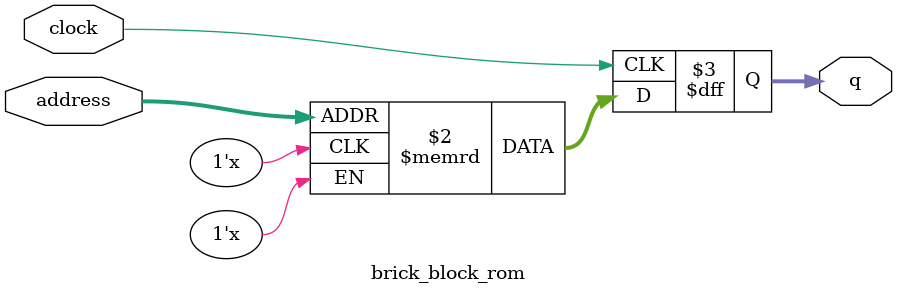
<source format=sv>
module brick_block_rom (
	input logic clock,
	input logic [11:0] address,
	output logic [3:0] q
);

logic [3:0] memory [0:4095] /* synthesis ram_init_file = "./brick_block/brick_block.mif" */;

always_ff @ (posedge clock) begin
	q <= memory[address];
end

endmodule

</source>
